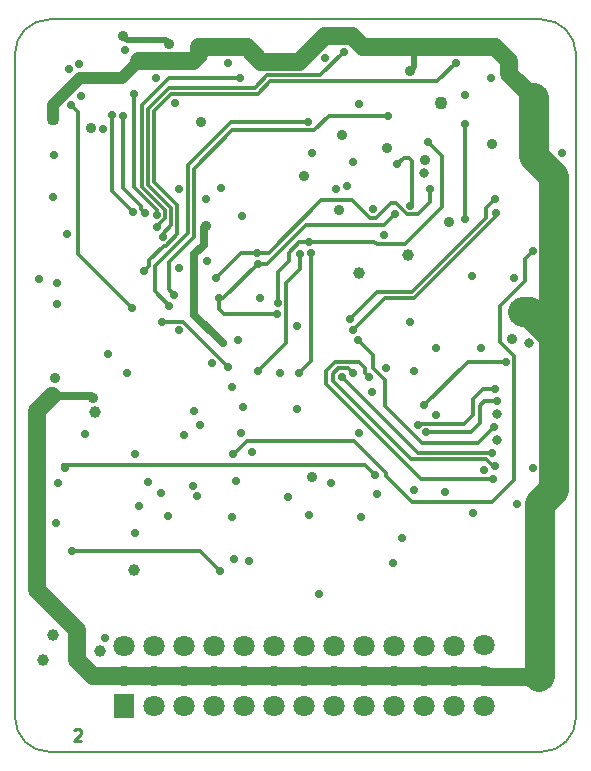
<source format=gbr>
G04 (created by PCBNEW (2013-may-18)-stable) date Ne 10. listopad 2013, 11:38:45 CET*
%MOIN*%
G04 Gerber Fmt 3.4, Leading zero omitted, Abs format*
%FSLAX34Y34*%
G01*
G70*
G90*
G04 APERTURE LIST*
%ADD10C,0.00590551*%
%ADD11C,0.00984252*%
%ADD12C,0.0708661*%
%ADD13R,0.0708661X0.0787*%
%ADD14C,0.0275591*%
%ADD15C,0.0393701*%
%ADD16C,0.0354331*%
%ADD17C,0.0314961*%
%ADD18C,0.0433071*%
%ADD19C,0.0472441*%
%ADD20C,0.019685*%
%ADD21C,0.0275591*%
%ADD22C,0.0590551*%
%ADD23C,0.0393701*%
%ADD24C,0.0984252*%
%ADD25C,0.011811*%
G04 APERTURE END LIST*
G54D10*
G54D11*
X1785Y523D02*
X1803Y542D01*
X1841Y561D01*
X1935Y561D01*
X1972Y542D01*
X1991Y523D01*
X2010Y486D01*
X2010Y448D01*
X1991Y392D01*
X1766Y167D01*
X2010Y167D01*
G54D10*
X-196Y944D02*
G75*
G03X944Y-196I1141J0D01*
G74*
G01*
X944Y24212D02*
X17362Y24212D01*
X-196Y944D02*
X-196Y23070D01*
X17362Y-196D02*
X944Y-196D01*
X18503Y23070D02*
X18503Y944D01*
X17362Y-196D02*
G75*
G03X18503Y944I0J1141D01*
G74*
G01*
X944Y24212D02*
G75*
G03X-196Y23070I0J-1141D01*
G74*
G01*
X18503Y23070D02*
G75*
G03X17362Y24212I-1141J0D01*
G74*
G01*
G54D12*
X15433Y3346D03*
X15433Y2342D03*
X15433Y1338D03*
G54D13*
X3425Y1340D03*
G54D12*
X3425Y2340D03*
X4425Y1340D03*
X4425Y2340D03*
X5425Y1340D03*
X5425Y2340D03*
X6425Y1340D03*
X6425Y2340D03*
X7425Y1340D03*
X7425Y2340D03*
X8425Y1340D03*
X8425Y2340D03*
X9425Y1340D03*
X9425Y2340D03*
X10425Y1340D03*
X10425Y2340D03*
X11425Y1340D03*
X11425Y2340D03*
X12425Y1340D03*
X12425Y2340D03*
X3425Y3340D03*
X4425Y3340D03*
X5425Y3340D03*
X6425Y3340D03*
X7425Y3340D03*
X8425Y3340D03*
X9425Y3340D03*
X10425Y3340D03*
X11425Y3340D03*
X12425Y3340D03*
X13425Y1340D03*
X13425Y2340D03*
X13425Y3340D03*
X14425Y1340D03*
X14429Y2342D03*
X14425Y3340D03*
G54D14*
X15039Y15665D03*
X12118Y17015D03*
G54D15*
X2484Y11137D03*
X1070Y3692D03*
G54D16*
X6003Y20799D03*
X4948Y23409D03*
X3409Y23661D03*
G54D14*
X6732Y13425D03*
G54D16*
X6165Y17338D03*
G54D14*
X2744Y20559D03*
X11279Y21409D03*
X6177Y18224D03*
X1921Y22724D03*
X12177Y12610D03*
G54D17*
X15870Y10185D03*
G54D14*
X14122Y8452D03*
X15070Y7775D03*
X5433Y10354D03*
X5748Y8657D03*
X7590Y6169D03*
X2799Y3594D03*
X12409Y6106D03*
X5881Y8334D03*
G54D16*
X9437Y18988D03*
G54D14*
X11740Y17909D03*
G54D17*
X13440Y19110D03*
G54D16*
X14255Y17452D03*
X12956Y22507D03*
X2389Y11610D03*
G54D18*
X1062Y20905D03*
G54D16*
X5921Y23279D03*
X9283Y22803D03*
X13669Y23295D03*
X17299Y3090D03*
G54D15*
X748Y2874D03*
G54D19*
X16740Y14476D03*
G54D14*
X3791Y7110D03*
X4232Y8787D03*
X15830Y17763D03*
X11062Y13870D03*
X15799Y18228D03*
X10976Y14232D03*
X9559Y20807D03*
X4940Y14677D03*
X5114Y15035D03*
X12232Y21011D03*
X4720Y14133D03*
X6909Y12625D03*
X7027Y11956D03*
X7066Y9712D03*
X17070Y16480D03*
X10141Y22929D03*
X6901Y22751D03*
X4519Y22251D03*
G54D16*
X12200Y19940D03*
X13480Y19543D03*
G54D14*
X10874Y18665D03*
G54D16*
X15692Y20047D03*
X10594Y17862D03*
G54D14*
X7362Y17653D03*
G54D18*
X14015Y21437D03*
G54D14*
X11059Y19452D03*
X9720Y19763D03*
G54D15*
X12901Y16377D03*
X11287Y15748D03*
G54D14*
X7244Y13543D03*
X17059Y9267D03*
G54D16*
X1141Y12263D03*
X2342Y20598D03*
G54D14*
X6657Y18610D03*
X1551Y17055D03*
X1192Y15429D03*
X5287Y18547D03*
X5259Y15929D03*
X6192Y16161D03*
X3539Y12437D03*
X5271Y13858D03*
X2893Y13078D03*
X6377Y12755D03*
X1602Y22547D03*
X5767Y11169D03*
X18043Y19771D03*
X16421Y15590D03*
X12972Y14137D03*
G54D16*
X16366Y13559D03*
G54D14*
X16531Y8078D03*
X15354Y13248D03*
X13854Y13259D03*
X15452Y9200D03*
G54D17*
X15870Y11051D03*
G54D14*
X8897Y8307D03*
X9200Y11240D03*
X2125Y10381D03*
X3937Y7992D03*
X3818Y9724D03*
G54D15*
X3779Y5866D03*
X2637Y3149D03*
G54D14*
X11259Y10433D03*
X13098Y12496D03*
X7047Y7637D03*
G54D16*
X9708Y8960D03*
G54D14*
X9614Y7681D03*
X10354Y8771D03*
X9940Y5059D03*
X4657Y8444D03*
X4893Y7645D03*
X7165Y8818D03*
X5984Y10708D03*
X12712Y6940D03*
X7106Y6212D03*
X12547Y19397D03*
X12968Y18003D03*
X14496Y22767D03*
X4102Y15822D03*
X10759Y23133D03*
X4728Y16964D03*
X7299Y22263D03*
X4551Y17283D03*
X3755Y21720D03*
X4535Y17708D03*
X9665Y16433D03*
X9267Y12433D03*
X9311Y16409D03*
X7905Y12496D03*
X14799Y20744D03*
X14811Y17574D03*
X11350Y7629D03*
X10488Y18551D03*
G54D16*
X10696Y20358D03*
G54D14*
X7330Y10421D03*
X7708Y9811D03*
X1240Y8751D03*
X1181Y7440D03*
X1192Y14744D03*
X1059Y18279D03*
X610Y15578D03*
X1118Y19696D03*
X15677Y22267D03*
X14818Y21708D03*
X7397Y11303D03*
X5133Y21440D03*
X2003Y21657D03*
X11692Y11811D03*
X8645Y12444D03*
X3692Y14610D03*
X1677Y21358D03*
X3476Y23196D03*
X3023Y21035D03*
X3732Y17787D03*
X3401Y21007D03*
X4137Y17748D03*
X15759Y10618D03*
X11228Y13535D03*
X15712Y9755D03*
X10700Y12283D03*
X15870Y11480D03*
X13511Y10456D03*
X15818Y11885D03*
X13224Y10696D03*
X15748Y8881D03*
X11610Y12291D03*
X15818Y9326D03*
X11074Y12433D03*
X1700Y6503D03*
X6645Y5838D03*
X13566Y20141D03*
X9610Y16803D03*
X8555Y14755D03*
X12476Y17724D03*
X7893Y16074D03*
X6598Y14925D03*
X8539Y14385D03*
X13649Y18562D03*
X7858Y16437D03*
X6496Y15586D03*
X7964Y14940D03*
X9196Y13980D03*
X13846Y11027D03*
G54D17*
X16952Y13440D03*
G54D14*
X16173Y12795D03*
X13452Y11354D03*
X1476Y9263D03*
X11811Y9015D03*
X11877Y8405D03*
X13110Y8539D03*
G54D20*
X4830Y23527D02*
X4948Y23409D01*
X3543Y23527D02*
X4830Y23527D01*
X3409Y23661D02*
X3543Y23527D01*
G54D21*
X6604Y13553D02*
X6732Y13425D01*
X5787Y14370D02*
X6604Y13553D01*
X6604Y13553D02*
X6610Y13547D01*
X5787Y16381D02*
X5787Y14370D01*
X6102Y16696D02*
X5787Y16381D01*
X6102Y17275D02*
X6102Y16696D01*
X6165Y17338D02*
X6102Y17275D01*
G54D20*
X13090Y22641D02*
X13090Y23295D01*
X12956Y22507D02*
X13090Y22641D01*
G54D22*
X3425Y2340D02*
X2407Y2340D01*
G54D21*
X2322Y11677D02*
X2389Y11610D01*
X1051Y11677D02*
X2322Y11677D01*
G54D22*
X531Y11157D02*
X1051Y11677D01*
X531Y5208D02*
X531Y11157D01*
X1874Y3866D02*
X531Y5208D01*
X1874Y2874D02*
X1874Y3866D01*
X2407Y2340D02*
X1874Y2874D01*
X15433Y2342D02*
X14429Y2342D01*
X14429Y2342D02*
X14427Y2340D01*
X14427Y2340D02*
X12425Y2340D01*
X5921Y23279D02*
X5921Y23023D01*
G54D23*
X1968Y22251D02*
X1062Y21346D01*
X1062Y21346D02*
X1062Y20905D01*
X3366Y22251D02*
X1968Y22251D01*
X3948Y22834D02*
X3366Y22251D01*
G54D22*
X5732Y22834D02*
X3948Y22834D01*
X5921Y23023D02*
X5732Y22834D01*
X7531Y23279D02*
X5921Y23279D01*
X9283Y22803D02*
X8007Y22803D01*
X8007Y22803D02*
X7531Y23279D01*
X13669Y23295D02*
X13090Y23295D01*
X13090Y23295D02*
X11413Y23295D01*
X10141Y23661D02*
X9283Y22803D01*
X11047Y23661D02*
X10141Y23661D01*
X11413Y23295D02*
X11047Y23661D01*
G54D24*
X17779Y13657D02*
X17779Y18976D01*
G54D22*
X15818Y23295D02*
X13669Y23295D01*
X16287Y22826D02*
X15818Y23295D01*
X16287Y22409D02*
X16287Y22826D01*
X17110Y21586D02*
X16287Y22409D01*
G54D24*
X17110Y19645D02*
X17110Y21586D01*
X17779Y18976D02*
X17110Y19645D01*
G54D22*
X3425Y2340D02*
X4425Y2340D01*
X4425Y2340D02*
X5425Y2340D01*
X5425Y2340D02*
X6425Y2340D01*
X6425Y2340D02*
X7425Y2340D01*
X7425Y2340D02*
X8425Y2340D01*
X8425Y2340D02*
X9425Y2340D01*
X9425Y2340D02*
X10425Y2340D01*
X10425Y2340D02*
X11425Y2340D01*
X11425Y2340D02*
X12425Y2340D01*
X15433Y2342D02*
X15488Y2287D01*
X15488Y2287D02*
X17271Y2287D01*
G54D24*
X17271Y2287D02*
X17299Y2314D01*
X17299Y2314D02*
X17299Y3090D01*
X17299Y3090D02*
X17299Y8047D01*
X16960Y14476D02*
X16740Y14476D01*
X17779Y13657D02*
X16960Y14476D01*
X17779Y8527D02*
X17779Y13657D01*
X17299Y8047D02*
X17779Y8527D01*
G54D25*
X15830Y17661D02*
X15830Y17763D01*
X13110Y14940D02*
X15830Y17661D01*
X12133Y14940D02*
X13110Y14940D01*
X11062Y13870D02*
X12133Y14940D01*
X15492Y17921D02*
X15799Y18228D01*
X15492Y17595D02*
X15492Y17921D01*
X13030Y15133D02*
X15492Y17595D01*
X11877Y15133D02*
X13030Y15133D01*
X10976Y14232D02*
X11877Y15133D01*
X7011Y20807D02*
X9559Y20807D01*
X5562Y19358D02*
X7011Y20807D01*
X5562Y17102D02*
X5562Y19358D01*
X4468Y16007D02*
X5562Y17102D01*
X4468Y15149D02*
X4468Y16007D01*
X4940Y14677D02*
X4468Y15149D01*
X5114Y15035D02*
X4937Y15212D01*
X4937Y15212D02*
X4937Y16141D01*
X4937Y16141D02*
X5755Y16960D01*
X5755Y16960D02*
X5755Y19236D01*
X5755Y19236D02*
X7039Y20519D01*
X7039Y20519D02*
X9775Y20519D01*
X9775Y20519D02*
X10267Y21011D01*
X10267Y21011D02*
X12232Y21011D01*
X5401Y14133D02*
X4720Y14133D01*
X6909Y12625D02*
X5401Y14133D01*
X7090Y9712D02*
X7066Y9712D01*
X7551Y10173D02*
X7090Y9712D01*
X11090Y10173D02*
X7551Y10173D01*
X12177Y9086D02*
X11090Y10173D01*
X12177Y8988D02*
X12177Y9086D01*
X13031Y8133D02*
X12177Y8988D01*
X15712Y8133D02*
X13031Y8133D01*
X16448Y8870D02*
X15712Y8133D01*
X16448Y12988D02*
X16448Y8870D01*
X15960Y13476D02*
X16448Y12988D01*
X15960Y14657D02*
X15960Y13476D01*
X16803Y15500D02*
X15960Y14657D01*
X16803Y16212D02*
X16803Y15500D01*
X17070Y16480D02*
X16803Y16212D01*
X12755Y19606D02*
X12547Y19397D01*
X12944Y19606D02*
X12755Y19606D01*
X13051Y19500D02*
X12944Y19606D01*
X13051Y18086D02*
X13051Y19500D01*
X12968Y18003D02*
X13051Y18086D01*
X13881Y22153D02*
X14496Y22767D01*
X8303Y22153D02*
X13881Y22153D01*
X7893Y21744D02*
X8303Y22153D01*
X5020Y21744D02*
X7893Y21744D01*
X4440Y21164D02*
X5020Y21744D01*
X4440Y18795D02*
X4440Y21164D01*
X5208Y18027D02*
X4440Y18795D01*
X5208Y17047D02*
X5208Y18027D01*
X4838Y16677D02*
X5208Y17047D01*
X4755Y16677D02*
X4838Y16677D01*
X4259Y16181D02*
X4755Y16677D01*
X4259Y15980D02*
X4259Y16181D01*
X4102Y15822D02*
X4259Y15980D01*
X9972Y22346D02*
X10759Y23133D01*
X8220Y22346D02*
X9972Y22346D01*
X7811Y21937D02*
X8220Y22346D01*
X4940Y21937D02*
X7811Y21937D01*
X4248Y21244D02*
X4940Y21937D01*
X4248Y18691D02*
X4248Y21244D01*
X5015Y17923D02*
X4248Y18691D01*
X5015Y17346D02*
X5015Y17923D01*
X4728Y17059D02*
X5015Y17346D01*
X4728Y16964D02*
X4728Y17059D01*
X4940Y22263D02*
X7299Y22263D01*
X4051Y21374D02*
X4940Y22263D01*
X4051Y18615D02*
X4051Y21374D01*
X4818Y17847D02*
X4051Y18615D01*
X4818Y17590D02*
X4818Y17847D01*
X4551Y17322D02*
X4818Y17590D01*
X4551Y17283D02*
X4551Y17322D01*
X4535Y17708D02*
X4535Y17858D01*
X3755Y18637D02*
X3755Y21720D01*
X4535Y17858D02*
X3755Y18637D01*
X9665Y12830D02*
X9665Y16433D01*
X9267Y12433D02*
X9665Y12830D01*
X9311Y15885D02*
X9311Y16409D01*
X8842Y15417D02*
X9311Y15885D01*
X8842Y13433D02*
X8842Y15417D01*
X7905Y12496D02*
X8842Y13433D01*
X14799Y17586D02*
X14799Y20744D01*
X14811Y17574D02*
X14799Y17586D01*
X3692Y14610D02*
X1909Y16393D01*
X1909Y16393D02*
X1909Y21125D01*
X1909Y21125D02*
X1677Y21358D01*
X3023Y18496D02*
X3023Y21035D01*
X3732Y17787D02*
X3023Y18496D01*
X3401Y18590D02*
X3401Y21007D01*
X3996Y17996D02*
X3401Y18590D01*
X3996Y17889D02*
X3996Y17996D01*
X4137Y17748D02*
X3996Y17889D01*
X15248Y10106D02*
X15759Y10618D01*
X13366Y10106D02*
X15248Y10106D01*
X12129Y11342D02*
X13366Y10106D01*
X12129Y12200D02*
X12129Y11342D01*
X11740Y12590D02*
X12129Y12200D01*
X11740Y13023D02*
X11740Y12590D01*
X11228Y13535D02*
X11740Y13023D01*
X13228Y9755D02*
X15712Y9755D01*
X10700Y12283D02*
X13228Y9755D01*
X15448Y11480D02*
X15870Y11480D01*
X15295Y11326D02*
X15448Y11480D01*
X15295Y10759D02*
X15295Y11326D01*
X14992Y10456D02*
X15295Y10759D01*
X13511Y10456D02*
X14992Y10456D01*
X15393Y11885D02*
X15818Y11885D01*
X15066Y11559D02*
X15393Y11885D01*
X15066Y11027D02*
X15066Y11559D01*
X14775Y10736D02*
X15066Y11027D01*
X13263Y10736D02*
X14775Y10736D01*
X13224Y10696D02*
X13263Y10736D01*
X13353Y8881D02*
X15748Y8881D01*
X10173Y12061D02*
X13353Y8881D01*
X10173Y12501D02*
X10173Y12061D01*
X10483Y12811D02*
X10173Y12501D01*
X11255Y12811D02*
X10483Y12811D01*
X11476Y12590D02*
X11255Y12811D01*
X11476Y12425D02*
X11476Y12590D01*
X11610Y12291D02*
X11476Y12425D01*
X15744Y9326D02*
X15818Y9326D01*
X15515Y9555D02*
X15744Y9326D01*
X12992Y9555D02*
X15515Y9555D01*
X10401Y12145D02*
X12992Y9555D01*
X10401Y12405D02*
X10401Y12145D01*
X10586Y12590D02*
X10401Y12405D01*
X10917Y12590D02*
X10586Y12590D01*
X11074Y12433D02*
X10917Y12590D01*
X5980Y6503D02*
X1700Y6503D01*
X6645Y5838D02*
X5980Y6503D01*
X9610Y16803D02*
X11779Y16803D01*
X14047Y19661D02*
X13566Y20141D01*
X14047Y17952D02*
X14047Y19661D01*
X12811Y16716D02*
X14047Y17952D01*
X11866Y16716D02*
X12811Y16716D01*
X11779Y16803D02*
X11866Y16716D01*
X8555Y14755D02*
X8555Y15799D01*
X9283Y16803D02*
X9610Y16803D01*
X8925Y16444D02*
X9283Y16803D01*
X8925Y16169D02*
X8925Y16444D01*
X8555Y15799D02*
X8925Y16169D01*
X7893Y16074D02*
X8220Y16074D01*
X12118Y17366D02*
X12476Y17724D01*
X9511Y17366D02*
X12118Y17366D01*
X8220Y16074D02*
X9511Y17366D01*
X6598Y14925D02*
X6744Y14925D01*
X6744Y14925D02*
X7893Y16074D01*
X6594Y14921D02*
X6598Y14925D01*
X6594Y14551D02*
X6594Y14921D01*
X6759Y14385D02*
X6594Y14551D01*
X8539Y14385D02*
X6759Y14385D01*
X7858Y16437D02*
X8263Y16437D01*
X13649Y18118D02*
X13649Y18562D01*
X13248Y17716D02*
X13649Y18118D01*
X12870Y17716D02*
X13248Y17716D01*
X12488Y18098D02*
X12870Y17716D01*
X12346Y18098D02*
X12488Y18098D01*
X11850Y17602D02*
X12346Y18098D01*
X11625Y17602D02*
X11850Y17602D01*
X11047Y18181D02*
X11625Y17602D01*
X10007Y18181D02*
X11047Y18181D01*
X8263Y16437D02*
X10007Y18181D01*
X6496Y15586D02*
X6496Y15590D01*
X7342Y16437D02*
X7858Y16437D01*
X6496Y15590D02*
X7342Y16437D01*
X14893Y12795D02*
X16173Y12795D01*
X13452Y11354D02*
X14893Y12795D01*
X1417Y9370D02*
X1476Y9263D01*
X11456Y9370D02*
X1417Y9370D01*
X11811Y9015D02*
X11456Y9370D01*
M02*

</source>
